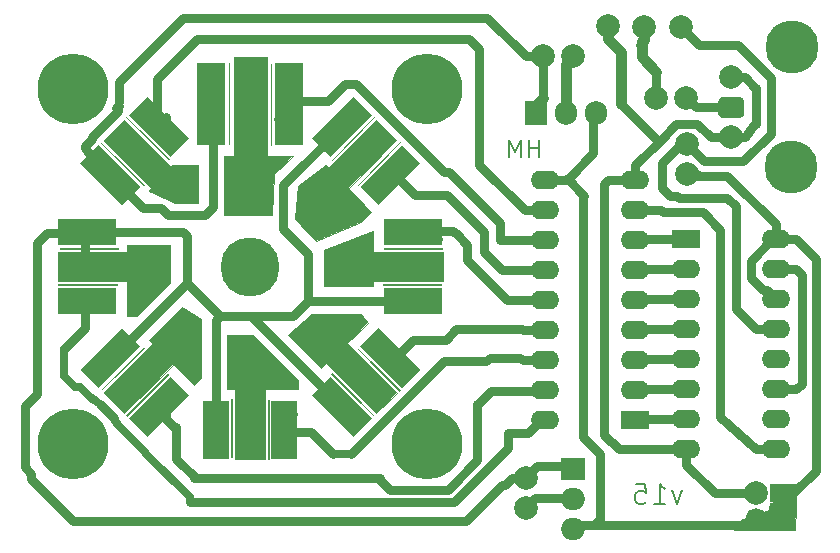
<source format=gbr>
G04 #@! TF.GenerationSoftware,KiCad,Pcbnew,(5.1.5)-3*
G04 #@! TF.CreationDate,2021-01-26T15:52:54+01:00*
G04 #@! TF.ProjectId,LED_multiplexer,4c45445f-6d75-46c7-9469-706c65786572,v01*
G04 #@! TF.SameCoordinates,Original*
G04 #@! TF.FileFunction,Copper,L2,Bot*
G04 #@! TF.FilePolarity,Positive*
%FSLAX46Y46*%
G04 Gerber Fmt 4.6, Leading zero omitted, Abs format (unit mm)*
G04 Created by KiCad (PCBNEW (5.1.5)-3) date 2021-01-26 15:52:54*
%MOMM*%
%LPD*%
G04 APERTURE LIST*
%ADD10C,0.100000*%
%ADD11C,0.200000*%
%ADD12R,2.200000X5.000000*%
%ADD13R,5.000000X2.200000*%
%ADD14R,2.400000X7.000000*%
%ADD15C,1.700000*%
%ADD16C,2.000000*%
%ADD17R,1.600000X1.600000*%
%ADD18C,6.000000*%
%ADD19C,5.000000*%
%ADD20C,4.500000*%
%ADD21O,2.400000X1.600000*%
%ADD22R,2.400000X1.600000*%
%ADD23O,2.000000X1.905000*%
%ADD24R,2.000000X1.905000*%
%ADD25O,1.905000X2.000000*%
%ADD26R,1.905000X2.000000*%
%ADD27C,0.800000*%
%ADD28C,0.700000*%
%ADD29C,0.900000*%
G04 APERTURE END LIST*
D10*
G36*
X32400000Y-28100000D02*
G01*
X32200000Y-31500000D01*
X28200000Y-31500000D01*
X28200000Y-26500000D01*
X34000000Y-26500000D01*
X32400000Y-28100000D01*
G37*
X32400000Y-28100000D02*
X32200000Y-31500000D01*
X28200000Y-31500000D01*
X28200000Y-26500000D01*
X34000000Y-26500000D01*
X32400000Y-28100000D01*
G36*
X40600000Y-31300000D02*
G01*
X39800000Y-32100000D01*
X36000000Y-33700000D01*
X34200000Y-31900000D01*
X34400000Y-29100000D01*
X36800000Y-27300000D01*
X40600000Y-31300000D01*
G37*
X40600000Y-31300000D02*
X39800000Y-32100000D01*
X36000000Y-33700000D01*
X34200000Y-31900000D01*
X34400000Y-29100000D01*
X36800000Y-27300000D01*
X40600000Y-31300000D01*
G36*
X40800000Y-37500000D02*
G01*
X36600000Y-37500000D01*
X36600000Y-34500000D01*
X40800000Y-32900000D01*
X40800000Y-37500000D01*
G37*
X40800000Y-37500000D02*
X36600000Y-37500000D01*
X36600000Y-34500000D01*
X40800000Y-32900000D01*
X40800000Y-37500000D01*
G36*
X40400000Y-40700000D02*
G01*
X36400000Y-44500000D01*
X33600000Y-41700000D01*
X35600000Y-39900000D01*
X39800000Y-39900000D01*
X40400000Y-40700000D01*
G37*
X40400000Y-40700000D02*
X36400000Y-44500000D01*
X33600000Y-41700000D01*
X35600000Y-39900000D01*
X39800000Y-39900000D01*
X40400000Y-40700000D01*
G36*
X34400000Y-45500000D02*
G01*
X34400000Y-46300000D01*
X28400000Y-46300000D01*
X28400000Y-41700000D01*
X30600000Y-41700000D01*
X34400000Y-45500000D01*
G37*
X34400000Y-45500000D02*
X34400000Y-46300000D01*
X28400000Y-46300000D01*
X28400000Y-41700000D01*
X30600000Y-41700000D01*
X34400000Y-45500000D01*
G36*
X26200000Y-40300000D02*
G01*
X26200000Y-45300000D01*
X25600000Y-45900000D01*
X21800000Y-42100000D01*
X24600000Y-39300000D01*
X26200000Y-40300000D01*
G37*
X26200000Y-40300000D02*
X26200000Y-45300000D01*
X25600000Y-45900000D01*
X21800000Y-42100000D01*
X24600000Y-39300000D01*
X26200000Y-40300000D01*
G36*
X23600000Y-37300000D02*
G01*
X20800000Y-40100000D01*
X20000000Y-40100000D01*
X20000000Y-34100000D01*
X23600000Y-34100000D01*
X23600000Y-37300000D01*
G37*
X23600000Y-37300000D02*
X20800000Y-40100000D01*
X20000000Y-40100000D01*
X20000000Y-34100000D01*
X23600000Y-34100000D01*
X23600000Y-37300000D01*
G36*
X26000000Y-30500000D02*
G01*
X24000000Y-30500000D01*
X21800000Y-29500000D01*
X23800000Y-27300000D01*
X26000000Y-27300000D01*
X26000000Y-30500000D01*
G37*
X26000000Y-30500000D02*
X24000000Y-30500000D01*
X21800000Y-29500000D01*
X23800000Y-27300000D01*
X26000000Y-27300000D01*
X26000000Y-30500000D01*
D11*
X54875714Y-26658571D02*
X54875714Y-25158571D01*
X54875714Y-25872857D02*
X54018571Y-25872857D01*
X54018571Y-26658571D02*
X54018571Y-25158571D01*
X53304285Y-26658571D02*
X53304285Y-25158571D01*
X52804285Y-26230000D01*
X52304285Y-25158571D01*
X52304285Y-26658571D01*
X66923809Y-54845714D02*
X66519047Y-55979047D01*
X66114285Y-54845714D01*
X64576190Y-55979047D02*
X65547619Y-55979047D01*
X65061904Y-55979047D02*
X65061904Y-54279047D01*
X65223809Y-54521904D01*
X65385714Y-54683809D01*
X65547619Y-54764761D01*
X63038095Y-54279047D02*
X63847619Y-54279047D01*
X63928571Y-55088571D01*
X63847619Y-55007619D01*
X63685714Y-54926666D01*
X63280952Y-54926666D01*
X63119047Y-55007619D01*
X63038095Y-55088571D01*
X62957142Y-55250476D01*
X62957142Y-55655238D01*
X63038095Y-55817142D01*
X63119047Y-55898095D01*
X63280952Y-55979047D01*
X63685714Y-55979047D01*
X63847619Y-55898095D01*
X63928571Y-55817142D01*
D10*
G36*
X76480000Y-58180000D02*
G01*
X71330000Y-58180000D01*
X71980000Y-57360000D01*
X74315000Y-56545000D01*
X74430000Y-55910000D01*
X75750000Y-55740000D01*
X75830000Y-54320000D01*
X76700000Y-54320000D01*
X76480000Y-58180000D01*
G37*
X76480000Y-58180000D02*
X71330000Y-58180000D01*
X71980000Y-57360000D01*
X74315000Y-56545000D01*
X74430000Y-55910000D01*
X75750000Y-55740000D01*
X75830000Y-54320000D01*
X76700000Y-54320000D01*
X76480000Y-58180000D01*
G36*
X29140480Y-52179040D02*
G01*
X31604280Y-52179040D01*
X31604280Y-46098280D01*
X29140480Y-46098280D01*
X29140480Y-52179040D01*
G37*
X29140480Y-52179040D02*
X31604280Y-52179040D01*
X31604280Y-46098280D01*
X29140480Y-46098280D01*
X29140480Y-52179040D01*
G36*
X28800120Y-52057120D02*
G01*
X28871240Y-52057120D01*
X28871240Y-47109200D01*
X28800120Y-47109200D01*
X28800120Y-52057120D01*
G37*
X28800120Y-52057120D02*
X28871240Y-52057120D01*
X28871240Y-47109200D01*
X28800120Y-47109200D01*
X28800120Y-52057120D01*
G36*
X31868440Y-52163800D02*
G01*
X31939560Y-52163800D01*
X31939560Y-47215880D01*
X31868440Y-47215880D01*
X31868440Y-52163800D01*
G37*
X31868440Y-52163800D02*
X31939560Y-52163800D01*
X31939560Y-47215880D01*
X31868440Y-47215880D01*
X31868440Y-52163800D01*
G36*
X46679040Y-37129520D02*
G01*
X46679040Y-34665720D01*
X40598280Y-34665720D01*
X40598280Y-37129520D01*
X46679040Y-37129520D01*
G37*
X46679040Y-37129520D02*
X46679040Y-34665720D01*
X40598280Y-34665720D01*
X40598280Y-37129520D01*
X46679040Y-37129520D01*
G36*
X46557120Y-37469880D02*
G01*
X46557120Y-37398760D01*
X41609200Y-37398760D01*
X41609200Y-37469880D01*
X46557120Y-37469880D01*
G37*
X46557120Y-37469880D02*
X46557120Y-37398760D01*
X41609200Y-37398760D01*
X41609200Y-37469880D01*
X46557120Y-37469880D01*
G36*
X46663800Y-34401560D02*
G01*
X46663800Y-34330440D01*
X41715880Y-34330440D01*
X41715880Y-34401560D01*
X46663800Y-34401560D01*
G37*
X46663800Y-34401560D02*
X46663800Y-34330440D01*
X41715880Y-34330440D01*
X41715880Y-34401560D01*
X46663800Y-34401560D01*
G36*
X14120960Y-34650480D02*
G01*
X14120960Y-37114280D01*
X20201720Y-37114280D01*
X20201720Y-34650480D01*
X14120960Y-34650480D01*
G37*
X14120960Y-34650480D02*
X14120960Y-37114280D01*
X20201720Y-37114280D01*
X20201720Y-34650480D01*
X14120960Y-34650480D01*
G36*
X14242880Y-34310120D02*
G01*
X14242880Y-34381240D01*
X19190800Y-34381240D01*
X19190800Y-34310120D01*
X14242880Y-34310120D01*
G37*
X14242880Y-34310120D02*
X14242880Y-34381240D01*
X19190800Y-34381240D01*
X19190800Y-34310120D01*
X14242880Y-34310120D01*
G36*
X14136200Y-37378440D02*
G01*
X14136200Y-37449560D01*
X19084120Y-37449560D01*
X19084120Y-37378440D01*
X14136200Y-37378440D01*
G37*
X14136200Y-37378440D02*
X14136200Y-37449560D01*
X19084120Y-37449560D01*
X19084120Y-37378440D01*
X14136200Y-37378440D01*
G36*
X17970581Y-46576473D02*
G01*
X19712751Y-48318643D01*
X24012497Y-44018896D01*
X22270328Y-42276726D01*
X17970581Y-46576473D01*
G37*
X17970581Y-46576473D02*
X19712751Y-48318643D01*
X24012497Y-44018896D01*
X22270328Y-42276726D01*
X17970581Y-46576473D01*
G36*
X17816121Y-46249592D02*
G01*
X17866410Y-46299881D01*
X21365118Y-42801173D01*
X21314828Y-42750884D01*
X17816121Y-46249592D01*
G37*
X17816121Y-46249592D02*
X17866410Y-46299881D01*
X21365118Y-42801173D01*
X21314828Y-42750884D01*
X17816121Y-46249592D01*
G36*
X19910316Y-48494656D02*
G01*
X19960606Y-48544945D01*
X23459314Y-45046237D01*
X23409024Y-44995948D01*
X19910316Y-48494656D01*
G37*
X19910316Y-48494656D02*
X19960606Y-48544945D01*
X23459314Y-45046237D01*
X23409024Y-44995948D01*
X19910316Y-48494656D01*
G36*
X41076473Y-48329419D02*
G01*
X42818643Y-46587249D01*
X38518896Y-42287503D01*
X36776726Y-44029672D01*
X41076473Y-48329419D01*
G37*
X41076473Y-48329419D02*
X42818643Y-46587249D01*
X38518896Y-42287503D01*
X36776726Y-44029672D01*
X41076473Y-48329419D01*
G36*
X40749592Y-48483879D02*
G01*
X40799881Y-48433590D01*
X37301173Y-44934882D01*
X37250884Y-44985172D01*
X40749592Y-48483879D01*
G37*
X40749592Y-48483879D02*
X40799881Y-48433590D01*
X37301173Y-44934882D01*
X37250884Y-44985172D01*
X40749592Y-48483879D01*
G36*
X42994656Y-46389684D02*
G01*
X43044945Y-46339394D01*
X39546237Y-42840686D01*
X39495948Y-42890976D01*
X42994656Y-46389684D01*
G37*
X42994656Y-46389684D02*
X43044945Y-46339394D01*
X39546237Y-42840686D01*
X39495948Y-42890976D01*
X42994656Y-46389684D01*
G36*
X37279621Y-26843565D02*
G01*
X37315542Y-26879486D01*
X40871723Y-23251463D01*
X37279621Y-26843565D01*
G37*
X37279621Y-26843565D02*
X37315542Y-26879486D01*
X40871723Y-23251463D01*
X37279621Y-26843565D01*
G36*
X36778522Y-27782900D02*
G01*
X38486567Y-29501721D01*
X42771945Y-25216343D01*
X41063901Y-23497522D01*
X36778522Y-27782900D01*
G37*
X36778522Y-27782900D02*
X38486567Y-29501721D01*
X42771945Y-25216343D01*
X41063901Y-23497522D01*
X36778522Y-27782900D01*
G36*
X39477987Y-28955721D02*
G01*
X39513908Y-28991642D01*
X43070090Y-25363619D01*
X39477987Y-28955721D01*
G37*
X39477987Y-28955721D02*
X39513908Y-28991642D01*
X43070090Y-25363619D01*
X39477987Y-28955721D01*
G36*
X21343565Y-29020379D02*
G01*
X21379486Y-28984458D01*
X17751463Y-25428277D01*
X21343565Y-29020379D01*
G37*
X21343565Y-29020379D02*
X21379486Y-28984458D01*
X17751463Y-25428277D01*
X21343565Y-29020379D01*
G36*
X22282900Y-29521478D02*
G01*
X24001721Y-27813433D01*
X19716343Y-23528055D01*
X17997522Y-25236099D01*
X22282900Y-29521478D01*
G37*
X22282900Y-29521478D02*
X24001721Y-27813433D01*
X19716343Y-23528055D01*
X17997522Y-25236099D01*
X22282900Y-29521478D01*
G36*
X23455721Y-26822013D02*
G01*
X23491642Y-26786092D01*
X19863619Y-23229910D01*
X23455721Y-26822013D01*
G37*
X23455721Y-26822013D02*
X23491642Y-26786092D01*
X19863619Y-23229910D01*
X23455721Y-26822013D01*
G36*
X28581360Y-25498520D02*
G01*
X28591520Y-24604440D01*
X28566120Y-18701480D01*
X28581360Y-25498520D01*
G37*
X28581360Y-25498520D02*
X28591520Y-24604440D01*
X28566120Y-18701480D01*
X28581360Y-25498520D01*
G36*
X28992840Y-27078400D02*
G01*
X31817320Y-27083480D01*
X31817320Y-18193480D01*
X28992840Y-18188400D01*
X28992840Y-27078400D01*
G37*
X28992840Y-27078400D02*
X31817320Y-27083480D01*
X31817320Y-18193480D01*
X28992840Y-18188400D01*
X28992840Y-27078400D01*
G36*
X32167840Y-25569640D02*
G01*
X32178000Y-24675560D01*
X32152600Y-18772600D01*
X32167840Y-25569640D01*
G37*
X32167840Y-25569640D02*
X32178000Y-24675560D01*
X32152600Y-18772600D01*
X32167840Y-25569640D01*
D12*
X33280000Y-49700000D03*
X27480000Y-49700000D03*
D13*
X44200000Y-32990000D03*
X44200000Y-38790000D03*
X16600000Y-38790000D03*
X16600000Y-32990000D03*
G04 #@! TA.AperFunction,SMDPad,CuDef*
D11*
G36*
X25196194Y-46760661D02*
G01*
X21660661Y-50296194D01*
X20105026Y-48740559D01*
X23640559Y-45205026D01*
X25196194Y-46760661D01*
G37*
G04 #@! TD.AperFunction*
G04 #@! TA.AperFunction,SMDPad,CuDef*
G36*
X21094974Y-42659441D02*
G01*
X17559441Y-46194974D01*
X16003806Y-44639339D01*
X19539339Y-41103806D01*
X21094974Y-42659441D01*
G37*
G04 #@! TD.AperFunction*
G04 #@! TA.AperFunction,SMDPad,CuDef*
G36*
X41260661Y-41103806D02*
G01*
X44796194Y-44639339D01*
X43240559Y-46194974D01*
X39705026Y-42659441D01*
X41260661Y-41103806D01*
G37*
G04 #@! TD.AperFunction*
G04 #@! TA.AperFunction,SMDPad,CuDef*
G36*
X37159441Y-45205026D02*
G01*
X40694974Y-48740559D01*
X39139339Y-50296194D01*
X35603806Y-46760661D01*
X37159441Y-45205026D01*
G37*
G04 #@! TD.AperFunction*
G04 #@! TA.AperFunction,SMDPad,CuDef*
G36*
X44796194Y-27160661D02*
G01*
X41260661Y-30696194D01*
X39705026Y-29140559D01*
X43240559Y-25605026D01*
X44796194Y-27160661D01*
G37*
G04 #@! TD.AperFunction*
G04 #@! TA.AperFunction,SMDPad,CuDef*
G36*
X40694974Y-23059441D02*
G01*
X37159441Y-26594974D01*
X35603806Y-25039339D01*
X39139339Y-21503806D01*
X40694974Y-23059441D01*
G37*
G04 #@! TD.AperFunction*
G04 #@! TA.AperFunction,SMDPad,CuDef*
G36*
X21660661Y-21503806D02*
G01*
X25196194Y-25039339D01*
X23640559Y-26594974D01*
X20105026Y-23059441D01*
X21660661Y-21503806D01*
G37*
G04 #@! TD.AperFunction*
G04 #@! TA.AperFunction,SMDPad,CuDef*
G36*
X17559441Y-25605026D02*
G01*
X21094974Y-29140559D01*
X19539339Y-30696194D01*
X16003806Y-27160661D01*
X17559441Y-25605026D01*
G37*
G04 #@! TD.AperFunction*
D14*
X33700000Y-22100000D03*
X27100000Y-22100000D03*
D15*
X73200000Y-57200000D03*
X75200000Y-57100000D03*
D16*
X73200000Y-55100000D03*
D17*
X75200000Y-55100000D03*
D16*
X66839600Y-15594400D03*
X63690000Y-15594400D03*
X60692800Y-15543600D03*
D18*
X45400000Y-20900000D03*
X15400000Y-20900000D03*
X15400000Y-50900000D03*
X45400000Y-50900000D03*
D19*
X30400000Y-35900000D03*
D16*
X71110000Y-24960000D03*
X71110000Y-19880000D03*
G04 #@! TA.AperFunction,ComponentPad*
D11*
G36*
X71804108Y-21522167D02*
G01*
X71847791Y-21528647D01*
X71890628Y-21539377D01*
X71932208Y-21554254D01*
X71972129Y-21573135D01*
X72010007Y-21595839D01*
X72045477Y-21622145D01*
X72078198Y-21651802D01*
X72107855Y-21684523D01*
X72134161Y-21719993D01*
X72156865Y-21757871D01*
X72175746Y-21797792D01*
X72190623Y-21839372D01*
X72201353Y-21882209D01*
X72207833Y-21925892D01*
X72210000Y-21970000D01*
X72210000Y-22870000D01*
X72207833Y-22914108D01*
X72201353Y-22957791D01*
X72190623Y-23000628D01*
X72175746Y-23042208D01*
X72156865Y-23082129D01*
X72134161Y-23120007D01*
X72107855Y-23155477D01*
X72078198Y-23188198D01*
X72045477Y-23217855D01*
X72010007Y-23244161D01*
X71972129Y-23266865D01*
X71932208Y-23285746D01*
X71890628Y-23300623D01*
X71847791Y-23311353D01*
X71804108Y-23317833D01*
X71760000Y-23320000D01*
X70460000Y-23320000D01*
X70415892Y-23317833D01*
X70372209Y-23311353D01*
X70329372Y-23300623D01*
X70287792Y-23285746D01*
X70247871Y-23266865D01*
X70209993Y-23244161D01*
X70174523Y-23217855D01*
X70141802Y-23188198D01*
X70112145Y-23155477D01*
X70085839Y-23120007D01*
X70063135Y-23082129D01*
X70044254Y-23042208D01*
X70029377Y-23000628D01*
X70018647Y-22957791D01*
X70012167Y-22914108D01*
X70010000Y-22870000D01*
X70010000Y-21970000D01*
X70012167Y-21925892D01*
X70018647Y-21882209D01*
X70029377Y-21839372D01*
X70044254Y-21797792D01*
X70063135Y-21757871D01*
X70085839Y-21719993D01*
X70112145Y-21684523D01*
X70141802Y-21651802D01*
X70174523Y-21622145D01*
X70209993Y-21595839D01*
X70247871Y-21573135D01*
X70287792Y-21554254D01*
X70329372Y-21539377D01*
X70372209Y-21528647D01*
X70415892Y-21522167D01*
X70460000Y-21520000D01*
X71760000Y-21520000D01*
X71804108Y-21522167D01*
G37*
G04 #@! TD.AperFunction*
D20*
X76200000Y-27500000D03*
X76300000Y-17340000D03*
D16*
X67400000Y-25560000D03*
X67400000Y-28100000D03*
X53700000Y-53760000D03*
X53700000Y-56300000D03*
X55200000Y-18100000D03*
X57740000Y-18100000D03*
D21*
X74920000Y-33600000D03*
X67300000Y-51380000D03*
X74920000Y-36140000D03*
X67300000Y-48840000D03*
X74920000Y-38680000D03*
X67300000Y-46300000D03*
X74920000Y-41220000D03*
X67300000Y-43760000D03*
X74920000Y-43760000D03*
X67300000Y-41220000D03*
X74920000Y-46300000D03*
X67300000Y-38680000D03*
X74920000Y-48840000D03*
X67300000Y-36140000D03*
X74920000Y-51380000D03*
D22*
X67300000Y-33600000D03*
D21*
X55380000Y-48900000D03*
X63000000Y-28580000D03*
X55380000Y-46360000D03*
X63000000Y-31120000D03*
X55380000Y-43820000D03*
X63000000Y-33660000D03*
X55380000Y-41280000D03*
X63000000Y-36200000D03*
X55380000Y-38740000D03*
X63000000Y-38740000D03*
X55380000Y-36200000D03*
X63000000Y-41280000D03*
X55380000Y-33660000D03*
X63000000Y-43820000D03*
X55380000Y-31120000D03*
X63000000Y-46360000D03*
X55380000Y-28580000D03*
D22*
X63000000Y-48900000D03*
D16*
X67310000Y-21590000D03*
X64770000Y-21590000D03*
D23*
X57700000Y-58080000D03*
X57700000Y-55540000D03*
D24*
X57700000Y-53000000D03*
D25*
X59690000Y-22860000D03*
X57150000Y-22860000D03*
D26*
X54610000Y-22860000D03*
D27*
X19200000Y-22700000D02*
X17000000Y-24900000D01*
X16400000Y-25900000D02*
X16400000Y-25700000D01*
X16400000Y-25700000D02*
X17000000Y-25100000D01*
D28*
X17000000Y-47000000D02*
X17400000Y-47400000D01*
X18750000Y-48750000D02*
X19150000Y-49150000D01*
D27*
X17900000Y-39500000D02*
X17900000Y-38250000D01*
X17650000Y-47550000D02*
X18826477Y-48726477D01*
X53920000Y-49960000D02*
X54980000Y-48900000D01*
X52240000Y-51293915D02*
X52240000Y-49960000D01*
X47683904Y-55850011D02*
X52240000Y-51293915D01*
X25250011Y-55850011D02*
X47683904Y-55850011D01*
X52240000Y-49960000D02*
X53920000Y-49960000D01*
X54980000Y-48900000D02*
X55380000Y-48900000D01*
X16380000Y-38890000D02*
X16380000Y-41100000D01*
X16380000Y-41100000D02*
X14640000Y-42840000D01*
D28*
X25250011Y-55850011D02*
X25250011Y-55430011D01*
X25250011Y-55430011D02*
X21603691Y-51783691D01*
X14640000Y-44276074D02*
X14627730Y-44288344D01*
X14640000Y-42840000D02*
X14640000Y-44276074D01*
X14627730Y-45158204D02*
X15534763Y-46065237D01*
X14627730Y-44288344D02*
X14627730Y-45158204D01*
X21603691Y-51783691D02*
X21603691Y-51724165D01*
X21603691Y-51724165D02*
X21473217Y-51593691D01*
X21473217Y-51593691D02*
X19689763Y-49810237D01*
X19689763Y-49810237D02*
X19089763Y-49210237D01*
X15534763Y-46065237D02*
X15944763Y-46065237D01*
X15944763Y-46065237D02*
X16989763Y-47110237D01*
D27*
X54660000Y-52800000D02*
X53700000Y-53760000D01*
X57700000Y-52800000D02*
X54660000Y-52800000D01*
X53700000Y-53760000D02*
X52568630Y-53760000D01*
X14900000Y-33550000D02*
X17900000Y-33550000D01*
X21300000Y-44100000D02*
X21110101Y-43910101D01*
X29630000Y-49890000D02*
X29820000Y-49700000D01*
X24690000Y-32990000D02*
X16600000Y-32990000D01*
X25000000Y-33300000D02*
X24690000Y-32990000D01*
X18549390Y-43649390D02*
X18650610Y-43649390D01*
X25000000Y-37300000D02*
X25000000Y-33300000D01*
X18650610Y-43649390D02*
X25000000Y-37300000D01*
X25000000Y-37300000D02*
X27800000Y-40100000D01*
X27480000Y-40420000D02*
X27480000Y-49700000D01*
X27800000Y-40100000D02*
X27480000Y-40420000D01*
X30498780Y-40100000D02*
X38149390Y-47750610D01*
X27800000Y-40100000D02*
X30498780Y-40100000D01*
X30498780Y-40100000D02*
X34000000Y-40100000D01*
X35310000Y-38790000D02*
X44200000Y-38790000D01*
X34000000Y-40100000D02*
X35310000Y-38790000D01*
X32750000Y-48400000D02*
X34000000Y-48400000D01*
X55380000Y-43820000D02*
X53480000Y-43820000D01*
X46780000Y-43920000D02*
X38900000Y-51800000D01*
X35570000Y-49890000D02*
X33380000Y-49890000D01*
X37430000Y-51750000D02*
X35570000Y-49890000D01*
D28*
X53260000Y-43600000D02*
X53480000Y-43820000D01*
X37330000Y-51800000D02*
X38950000Y-51800000D01*
D27*
X46780000Y-43920000D02*
X50380000Y-43920000D01*
X50700000Y-43600000D02*
X53260000Y-43600000D01*
X50380000Y-43920000D02*
X50700000Y-43600000D01*
X46250000Y-33550000D02*
X42900000Y-33550000D01*
X47580000Y-32890000D02*
X47750000Y-33060000D01*
X44380000Y-32890000D02*
X47580000Y-32890000D01*
X47750000Y-33060000D02*
X47780000Y-33060000D01*
X47780000Y-33060000D02*
X48759980Y-34039980D01*
X48759980Y-34039980D02*
X48759980Y-35369980D01*
X52130000Y-38740000D02*
X55380000Y-38740000D01*
X48759980Y-35369980D02*
X52130000Y-38740000D01*
X55200000Y-21625001D02*
X55125001Y-21700000D01*
X55200000Y-18100000D02*
X55200000Y-21625001D01*
D29*
X54410000Y-22415001D02*
X55200000Y-21625001D01*
X54410000Y-22860000D02*
X54410000Y-22415001D01*
D27*
X37400522Y-25222522D02*
X37400522Y-25599478D01*
X55200000Y-18100000D02*
X53730000Y-18100000D01*
X53730000Y-18100000D02*
X50480000Y-14850000D01*
X50480000Y-14850000D02*
X24670000Y-14850000D01*
X19290000Y-20230000D02*
X19290000Y-21959526D01*
X24670000Y-14850000D02*
X19290000Y-20230000D01*
X21298780Y-30900000D02*
X18549390Y-28150610D01*
X21298780Y-30900000D02*
X22800000Y-30900000D01*
X23389990Y-31489990D02*
X26589990Y-31489990D01*
X22800000Y-30900000D02*
X23389990Y-31489990D01*
X26589990Y-31489990D02*
X27200000Y-30879980D01*
X27200000Y-30879980D02*
X27200000Y-25900000D01*
X27100000Y-22100000D02*
X27200000Y-25900000D01*
X34000000Y-23400000D02*
X32750000Y-23400000D01*
X39333305Y-20433305D02*
X39600000Y-20700000D01*
X38438718Y-20400000D02*
X39350000Y-20400000D01*
X33382000Y-21890000D02*
X36985364Y-21890000D01*
X51560000Y-32218666D02*
X51560000Y-33660000D01*
X47241334Y-27900000D02*
X51560000Y-32218666D01*
X51560000Y-33660000D02*
X55380000Y-33660000D01*
X46800000Y-27900000D02*
X47241334Y-27900000D01*
X39610018Y-20710018D02*
X46800000Y-27900000D01*
X36985364Y-21853354D02*
X38438718Y-20400000D01*
X36985364Y-21890000D02*
X36985364Y-21853354D01*
X23222701Y-47461361D02*
X23222701Y-46400701D01*
X23222701Y-48532703D02*
X23222701Y-47461361D01*
X55500000Y-46400000D02*
X53600000Y-46400000D01*
X41630000Y-54230000D02*
X41400000Y-54000000D01*
X25759998Y-53810000D02*
X24100000Y-52150002D01*
X41400000Y-53810000D02*
X25599998Y-53810000D01*
X24100000Y-52150002D02*
X24100000Y-49460000D01*
X23950000Y-49460000D02*
X22501320Y-48011320D01*
X24100000Y-49460000D02*
X23950000Y-49460000D01*
X47200000Y-54700000D02*
X49585999Y-52314001D01*
X41559999Y-54159999D02*
X42200000Y-54800000D01*
X42200000Y-54800000D02*
X47104000Y-54800000D01*
X49600000Y-52064002D02*
X49600000Y-47560000D01*
X50800000Y-46400000D02*
X53590000Y-46400000D01*
X49600000Y-47600000D02*
X50800000Y-46400000D01*
X44190000Y-42080000D02*
X42501320Y-43768680D01*
X53480000Y-41280000D02*
X53410000Y-41210000D01*
X55380000Y-41280000D02*
X53480000Y-41280000D01*
X53410000Y-41210000D02*
X47830000Y-41210000D01*
X47830000Y-41210000D02*
X46960000Y-42080000D01*
X46960000Y-42080000D02*
X44190000Y-42080000D01*
X55380000Y-36200000D02*
X51700000Y-36200000D01*
X50159990Y-34659990D02*
X50159990Y-32939990D01*
X51700000Y-36200000D02*
X50159990Y-34659990D01*
X50159990Y-32939990D02*
X47050000Y-29830000D01*
X44320000Y-29830000D02*
X42502735Y-28012735D01*
X47050000Y-29830000D02*
X44320000Y-29830000D01*
X23222701Y-24338639D02*
X23222701Y-25399299D01*
X23222701Y-23267297D02*
X23222701Y-24338639D01*
X22502735Y-20017265D02*
X22502735Y-23767265D01*
X53620000Y-31120000D02*
X49800000Y-27300000D01*
X55380000Y-31120000D02*
X53620000Y-31120000D01*
X25920000Y-16600000D02*
X22502735Y-20017265D01*
X49800000Y-27300000D02*
X49800000Y-17500000D01*
X49800000Y-17500000D02*
X48900000Y-16600000D01*
X48900000Y-16600000D02*
X25920000Y-16600000D01*
X68140000Y-22420000D02*
X67310000Y-21590000D01*
X71110000Y-22420000D02*
X68140000Y-22420000D01*
X63000000Y-27280000D02*
X63000000Y-28580000D01*
X68240001Y-23809999D02*
X66470001Y-23809999D01*
X69390002Y-24960000D02*
X68240001Y-23809999D01*
X71110000Y-24960000D02*
X69390002Y-24960000D01*
X69720000Y-55100000D02*
X67300000Y-52680000D01*
X67300000Y-52680000D02*
X67300000Y-51380000D01*
X73200000Y-55100000D02*
X69720000Y-55100000D01*
X72241370Y-19880000D02*
X71110000Y-19880000D01*
X72241370Y-24960000D02*
X73000000Y-24000000D01*
X71110000Y-24960000D02*
X72241370Y-24960000D01*
X73000000Y-24000000D02*
X73160010Y-23839990D01*
X73200000Y-23841350D02*
X73200000Y-20800000D01*
X73160010Y-20798640D02*
X72241370Y-19880000D01*
X60660018Y-28580000D02*
X63000000Y-28580000D01*
X60340000Y-28900018D02*
X60660018Y-28580000D01*
X60340000Y-45050000D02*
X60330000Y-45060000D01*
X60340000Y-28900018D02*
X60340000Y-45050000D01*
X60330000Y-50120002D02*
X60959999Y-50750001D01*
X60330000Y-45060000D02*
X60330000Y-50120002D01*
X60959999Y-50750001D02*
X61020001Y-50750001D01*
X61650000Y-51380000D02*
X67300000Y-51380000D01*
X61020001Y-50750001D02*
X61650000Y-51380000D01*
D29*
X60692800Y-16621230D02*
X61790000Y-17718430D01*
X60692800Y-15543600D02*
X60692800Y-16621230D01*
X61790000Y-17718430D02*
X61790000Y-22160000D01*
D27*
X64890000Y-25260000D02*
X65060000Y-25260000D01*
X61790000Y-22160000D02*
X64890000Y-25260000D01*
X66470001Y-23809999D02*
X65060000Y-25260000D01*
X65060000Y-25260000D02*
X63000000Y-27280000D01*
D29*
X63540000Y-18160660D02*
X64770000Y-19390660D01*
X63540000Y-17100000D02*
X63540000Y-18160660D01*
D27*
X64770000Y-19390660D02*
X64770000Y-21590000D01*
D29*
X63540000Y-17100000D02*
X63480000Y-17100000D01*
X63540000Y-16822030D02*
X63540000Y-17100000D01*
X63690000Y-16672030D02*
X63540000Y-16822030D01*
X63690000Y-15594400D02*
X63690000Y-16672030D01*
D27*
X74920000Y-32300000D02*
X74920000Y-33600000D01*
X57200000Y-28500000D02*
X57080000Y-28580000D01*
X78270020Y-53204980D02*
X76375000Y-55100000D01*
X78270020Y-35250020D02*
X78270020Y-53204980D01*
X76620000Y-33600000D02*
X78270020Y-35250020D01*
X74920000Y-33600000D02*
X76620000Y-33600000D01*
X72769990Y-36864877D02*
X73795123Y-37890010D01*
X72769990Y-35415123D02*
X72769990Y-36864877D01*
X74920000Y-33600000D02*
X74585113Y-33600000D01*
X74585113Y-33600000D02*
X72769990Y-35415123D01*
X74130010Y-37890010D02*
X74920000Y-38680000D01*
X73795123Y-37890010D02*
X74130010Y-37890010D01*
X55380000Y-28580000D02*
X57080000Y-28580000D01*
X59410000Y-22860000D02*
X59410000Y-26290000D01*
X57700000Y-57800000D02*
X59500000Y-57800000D01*
X68344500Y-28200010D02*
X70720000Y-28200010D01*
X67400000Y-28100000D02*
X68244490Y-28100000D01*
X70700010Y-28200010D02*
X70900000Y-28400000D01*
X68344500Y-28200010D02*
X70700010Y-28200010D01*
X68244490Y-28100000D02*
X68344500Y-28200010D01*
X70900000Y-28400000D02*
X74920000Y-32300000D01*
X75200000Y-55100000D02*
X75200000Y-55200000D01*
X75200000Y-55100000D02*
X75200000Y-56000000D01*
X75200000Y-56000000D02*
X75400000Y-56200000D01*
X75800000Y-56200000D02*
X75800000Y-56000000D01*
X75200000Y-55200000D02*
X75800000Y-56000000D01*
X75800000Y-56000000D02*
X76000000Y-56000000D01*
X75200000Y-55897919D02*
X75497919Y-55600000D01*
X76000000Y-55600000D02*
X76200000Y-55400000D01*
X75497919Y-55600000D02*
X76000000Y-55600000D01*
X76375000Y-55100000D02*
X76200000Y-55400000D01*
X76200000Y-55400000D02*
X75200000Y-55100000D01*
X75000001Y-55299999D02*
X75200000Y-55100000D01*
X75000001Y-55964001D02*
X75000001Y-55299999D01*
X75200000Y-56475000D02*
X75260000Y-56535000D01*
X75200000Y-55100000D02*
X75200000Y-56475000D01*
X73995000Y-57800000D02*
X59500000Y-57800000D01*
X75260000Y-56535000D02*
X73995000Y-57800000D01*
X59410000Y-26290000D02*
X57310000Y-28500000D01*
X57310000Y-28500000D02*
X57200000Y-28500000D01*
X60000000Y-57300000D02*
X59500000Y-57800000D01*
X58690000Y-29880000D02*
X58560000Y-30010000D01*
X58560000Y-50329915D02*
X60000000Y-51769915D01*
X57310000Y-28500000D02*
X58690000Y-29880000D01*
X58560000Y-30010000D02*
X58560000Y-50329915D01*
X60000000Y-51769915D02*
X60000000Y-57300000D01*
X54500000Y-55500000D02*
X57700000Y-55500000D01*
X53700000Y-56300000D02*
X54500000Y-55500000D01*
D29*
X57110000Y-18730000D02*
X57740000Y-18100000D01*
X57110000Y-22860000D02*
X57110000Y-18730000D01*
D27*
X63060000Y-33600000D02*
X63000000Y-33660000D01*
X67300000Y-33600000D02*
X63060000Y-33600000D01*
X73220000Y-51380000D02*
X74920000Y-51380000D01*
X70200000Y-48600000D02*
X73220000Y-51380000D01*
X66302940Y-31300010D02*
X68710012Y-31300010D01*
X70200000Y-32800000D02*
X70200000Y-48600000D01*
X68710012Y-31300010D02*
X70200000Y-32800000D01*
X66107157Y-31290000D02*
X66300000Y-31290000D01*
X63000000Y-31120000D02*
X65179912Y-31120000D01*
X65339912Y-31280000D02*
X66160000Y-31280000D01*
X65179912Y-31120000D02*
X65339912Y-31280000D01*
X63060000Y-36140000D02*
X63000000Y-36200000D01*
X67300000Y-36140000D02*
X63060000Y-36140000D01*
X63060000Y-38680000D02*
X63000000Y-38740000D01*
X67300000Y-38680000D02*
X63060000Y-38680000D01*
X76620000Y-46300000D02*
X74920000Y-46300000D01*
X77070010Y-45849990D02*
X76620000Y-46300000D01*
X77070010Y-36590010D02*
X77070010Y-45849990D01*
X76620000Y-36140000D02*
X77070010Y-36590010D01*
X74920000Y-36140000D02*
X76620000Y-36140000D01*
X33200000Y-28998780D02*
X38149390Y-24049390D01*
X33200000Y-32700000D02*
X33200000Y-28998780D01*
X35310000Y-38790000D02*
X35310000Y-34810000D01*
X35310000Y-34810000D02*
X33200000Y-32700000D01*
X16380000Y-35140000D02*
X16630000Y-35390000D01*
X16380000Y-33090000D02*
X16380000Y-35140000D01*
X15370000Y-57410000D02*
X11849999Y-53889999D01*
X11849999Y-53889999D02*
X11849999Y-53418001D01*
X51700000Y-54400000D02*
X48690000Y-57410000D01*
X11849999Y-53418001D02*
X11299999Y-52868001D01*
X11299999Y-52868001D02*
X11299999Y-47690001D01*
X12330000Y-33940000D02*
X13180000Y-33090000D01*
X11299999Y-47690001D02*
X12330000Y-46660000D01*
X48690000Y-57410000D02*
X15370000Y-57410000D01*
X13180000Y-33090000D02*
X16380000Y-33090000D01*
X12330000Y-46660000D02*
X12330000Y-33940000D01*
X51928630Y-54400000D02*
X52568630Y-53760000D01*
X51700000Y-54400000D02*
X51928630Y-54400000D01*
X18549390Y-28150610D02*
X18549390Y-28049390D01*
X18549390Y-28049390D02*
X16600000Y-26100000D01*
X19050000Y-22500000D02*
X19250000Y-22300000D01*
X63060000Y-41220000D02*
X63000000Y-41280000D01*
X67300000Y-41220000D02*
X63060000Y-41220000D01*
X63060000Y-43760000D02*
X63000000Y-43820000D01*
X67300000Y-43760000D02*
X63060000Y-43760000D01*
X63060000Y-46300000D02*
X63000000Y-46360000D01*
X67300000Y-46300000D02*
X63060000Y-46300000D01*
X63060000Y-48840000D02*
X63000000Y-48900000D01*
X67300000Y-48840000D02*
X63060000Y-48840000D01*
X66310000Y-29920000D02*
X66310000Y-29950000D01*
X66510000Y-29930000D02*
X66690000Y-30110000D01*
X66800000Y-30100000D02*
X70800000Y-30100000D01*
X67400000Y-25560000D02*
X67400000Y-25900000D01*
X71500000Y-30800000D02*
X70800000Y-30100000D01*
X71500000Y-39500000D02*
X71500000Y-30800000D01*
X73220000Y-41220000D02*
X71500000Y-39500000D01*
X74920000Y-41220000D02*
X73220000Y-41220000D01*
X68199999Y-26359999D02*
X67400000Y-25560000D01*
X68740000Y-26900000D02*
X68199999Y-26359999D01*
X72100000Y-27000000D02*
X68841560Y-27000000D01*
X74461580Y-24638420D02*
X72100000Y-27000000D01*
X74500000Y-24538420D02*
X74500000Y-19890000D01*
X74500000Y-19890000D02*
X71710000Y-17100000D01*
X68345200Y-17100000D02*
X66839600Y-15594400D01*
X71710000Y-17100000D02*
X68345200Y-17100000D01*
X66887857Y-25512143D02*
X65260000Y-27140000D01*
X67400000Y-25560000D02*
X66747857Y-25560000D01*
X65260000Y-27204166D02*
X65260000Y-27700000D01*
X65250010Y-29220010D02*
X65749990Y-29719990D01*
X65250010Y-27813701D02*
X65250010Y-29220010D01*
X65900000Y-29900000D02*
X66165998Y-29900000D01*
X65749990Y-29719990D02*
X65749990Y-29749990D01*
X65749990Y-29749990D02*
X65900000Y-29900000D01*
M02*

</source>
